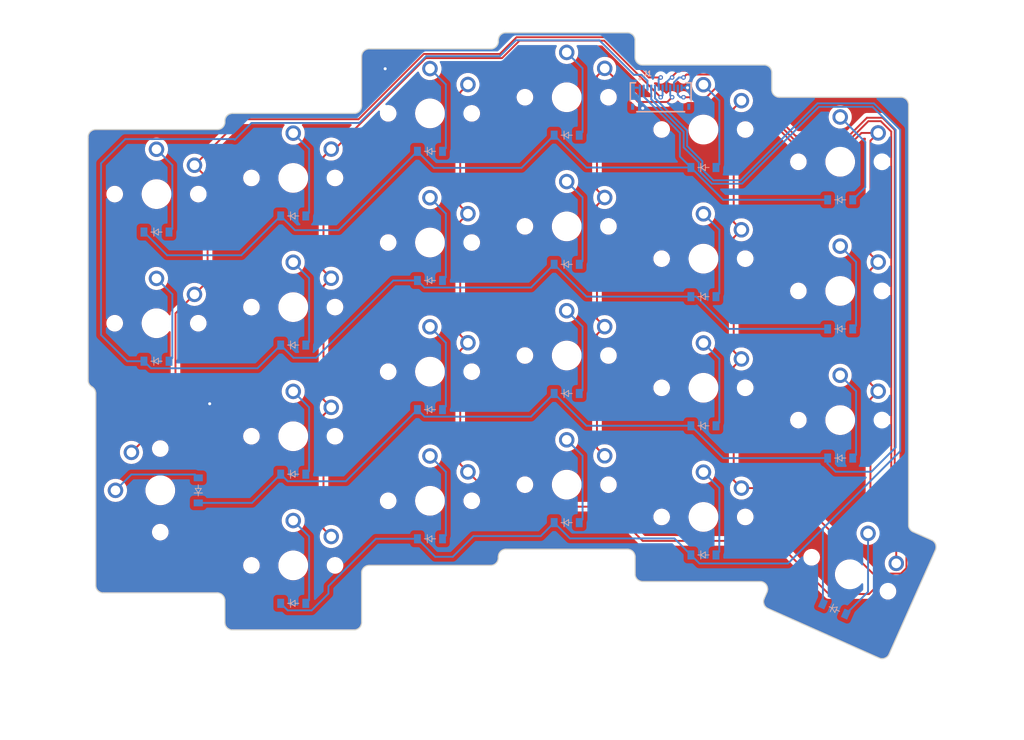
<source format=kicad_pcb>
(kicad_pcb (version 20171130) (host pcbnew 5.1.6)
  (title_block (title left_pcb) (rev v1.0.0) (company Unknown))
  (layers (0 F.Cu signal) (31 B.Cu signal) (34 B.Paste user) (35 F.Paste user) (36 B.SilkS user) (37 F.SilkS user) (38 B.Mask user) (39 F.Mask user) (44 Edge.Cuts user))
  (net 0 "")
  (net 1 "C1")
  (net 2 "outerleft_bottom")
  (net 3 "outerleft_middle")
  (net 4 "outerleft_top")
  (net 5 "C2")
  (net 6 "pinky_thumb")
  (net 7 "pinky_bottom")
  (net 8 "pinky_middle")
  (net 9 "pinky_top")
  (net 10 "C3")
  (net 11 "ring_thumb")
  (net 12 "ring_bottom")
  (net 13 "ring_middle")
  (net 14 "ring_top")
  (net 15 "C4")
  (net 16 "middle_thumb")
  (net 17 "middle_bottom")
  (net 18 "middle_middle")
  (net 19 "middle_top")
  (net 20 "C5")
  (net 21 "index_thumb")
  (net 22 "index_bottom")
  (net 23 "index_middle")
  (net 24 "index_top")
  (net 25 "C6")
  (net 26 "inner_thumb")
  (net 27 "inner_bottom")
  (net 28 "inner_middle")
  (net 29 "inner_top")
  (net 30 "R2")
  (net 31 "R3")
  (net 32 "R4")
  (net 33 "R1")
  (net 34 "GND")
  (module PG1350 (layer F.Cu) (at 91.5 126.25 90)
    (fp_text reference "S1" hide)
    (fp_text value "" hide)
    (pad "" np_thru_hole circle (at 0 0) (size 3.429 3.429) (drill 3.429) (layers *.Cu *.Mask))
    (pad "" np_thru_hole circle (at 5.5 0) (size 1.7018 1.7018) (drill 1.7018) (layers *.Cu *.Mask))
    (pad "" np_thru_hole circle (at -5.5 0) (size 1.7018 1.7018) (drill 1.7018) (layers *.Cu *.Mask))
    (pad 1 thru_hole circle (at 5 -3.8) (size 2.032 2.032) (drill 1.27) (layers *.Cu *.Mask) (net 1 "C1"))
    (pad 2 thru_hole circle (at 0 -5.9) (size 2.032 2.032) (drill 1.27) (layers *.Cu *.Mask) (net 2 "outerleft_bottom"))
  )
  (module PG1350 (layer F.Cu) (at 91 104.25 0)
    (fp_text reference "S2" hide)
    (fp_text value "" hide)
    (pad "" np_thru_hole circle (at 0 0) (size 3.429 3.429) (drill 3.429) (layers *.Cu *.Mask))
    (pad "" np_thru_hole circle (at 5.5 0) (size 1.7018 1.7018) (drill 1.7018) (layers *.Cu *.Mask))
    (pad "" np_thru_hole circle (at -5.5 0) (size 1.7018 1.7018) (drill 1.7018) (layers *.Cu *.Mask))
    (pad 1 thru_hole circle (at 5 -3.8) (size 2.032 2.032) (drill 1.27) (layers *.Cu *.Mask) (net 1 "C1"))
    (pad 2 thru_hole circle (at 0 -5.9) (size 2.032 2.032) (drill 1.27) (layers *.Cu *.Mask) (net 3 "outerleft_middle"))
  )
  (module PG1350 (layer F.Cu) (at 91 87.25 0)
    (fp_text reference "S3" hide)
    (fp_text value "" hide)
    (pad "" np_thru_hole circle (at 0 0) (size 3.429 3.429) (drill 3.429) (layers *.Cu *.Mask))
    (pad "" np_thru_hole circle (at 5.5 0) (size 1.7018 1.7018) (drill 1.7018) (layers *.Cu *.Mask))
    (pad "" np_thru_hole circle (at -5.5 0) (size 1.7018 1.7018) (drill 1.7018) (layers *.Cu *.Mask))
    (pad 1 thru_hole circle (at 5 -3.8) (size 2.032 2.032) (drill 1.27) (layers *.Cu *.Mask) (net 1 "C1"))
    (pad 2 thru_hole circle (at 0 -5.9) (size 2.032 2.032) (drill 1.27) (layers *.Cu *.Mask) (net 4 "outerleft_top"))
  )
  (module PG1350 (layer F.Cu) (at 109 136.125 0)
    (fp_text reference "S4" hide)
    (fp_text value "" hide)
    (pad "" np_thru_hole circle (at 0 0) (size 3.429 3.429) (drill 3.429) (layers *.Cu *.Mask))
    (pad "" np_thru_hole circle (at 5.5 0) (size 1.7018 1.7018) (drill 1.7018) (layers *.Cu *.Mask))
    (pad "" np_thru_hole circle (at -5.5 0) (size 1.7018 1.7018) (drill 1.7018) (layers *.Cu *.Mask))
    (pad 1 thru_hole circle (at 5 -3.8) (size 2.032 2.032) (drill 1.27) (layers *.Cu *.Mask) (net 5 "C2"))
    (pad 2 thru_hole circle (at 0 -5.9) (size 2.032 2.032) (drill 1.27) (layers *.Cu *.Mask) (net 6 "pinky_thumb"))
  )
  (module PG1350 (layer F.Cu) (at 109 119.125 0)
    (fp_text reference "S5" hide)
    (fp_text value "" hide)
    (pad "" np_thru_hole circle (at 0 0) (size 3.429 3.429) (drill 3.429) (layers *.Cu *.Mask))
    (pad "" np_thru_hole circle (at 5.5 0) (size 1.7018 1.7018) (drill 1.7018) (layers *.Cu *.Mask))
    (pad "" np_thru_hole circle (at -5.5 0) (size 1.7018 1.7018) (drill 1.7018) (layers *.Cu *.Mask))
    (pad 1 thru_hole circle (at 5 -3.8) (size 2.032 2.032) (drill 1.27) (layers *.Cu *.Mask) (net 5 "C2"))
    (pad 2 thru_hole circle (at 0 -5.9) (size 2.032 2.032) (drill 1.27) (layers *.Cu *.Mask) (net 7 "pinky_bottom"))
  )
  (module PG1350 (layer F.Cu) (at 109 102.125 0)
    (fp_text reference "S6" hide)
    (fp_text value "" hide)
    (pad "" np_thru_hole circle (at 0 0) (size 3.429 3.429) (drill 3.429) (layers *.Cu *.Mask))
    (pad "" np_thru_hole circle (at 5.5 0) (size 1.7018 1.7018) (drill 1.7018) (layers *.Cu *.Mask))
    (pad "" np_thru_hole circle (at -5.5 0) (size 1.7018 1.7018) (drill 1.7018) (layers *.Cu *.Mask))
    (pad 1 thru_hole circle (at 5 -3.8) (size 2.032 2.032) (drill 1.27) (layers *.Cu *.Mask) (net 5 "C2"))
    (pad 2 thru_hole circle (at 0 -5.9) (size 2.032 2.032) (drill 1.27) (layers *.Cu *.Mask) (net 8 "pinky_middle"))
  )
  (module PG1350 (layer F.Cu) (at 109 85.125 0)
    (fp_text reference "S7" hide)
    (fp_text value "" hide)
    (pad "" np_thru_hole circle (at 0 0) (size 3.429 3.429) (drill 3.429) (layers *.Cu *.Mask))
    (pad "" np_thru_hole circle (at 5.5 0) (size 1.7018 1.7018) (drill 1.7018) (layers *.Cu *.Mask))
    (pad "" np_thru_hole circle (at -5.5 0) (size 1.7018 1.7018) (drill 1.7018) (layers *.Cu *.Mask))
    (pad 1 thru_hole circle (at 5 -3.8) (size 2.032 2.032) (drill 1.27) (layers *.Cu *.Mask) (net 5 "C2"))
    (pad 2 thru_hole circle (at 0 -5.9) (size 2.032 2.032) (drill 1.27) (layers *.Cu *.Mask) (net 9 "pinky_top"))
  )
  (module PG1350 (layer F.Cu) (at 127 127.625 0)
    (fp_text reference "S8" hide)
    (fp_text value "" hide)
    (pad "" np_thru_hole circle (at 0 0) (size 3.429 3.429) (drill 3.429) (layers *.Cu *.Mask))
    (pad "" np_thru_hole circle (at 5.5 0) (size 1.7018 1.7018) (drill 1.7018) (layers *.Cu *.Mask))
    (pad "" np_thru_hole circle (at -5.5 0) (size 1.7018 1.7018) (drill 1.7018) (layers *.Cu *.Mask))
    (pad 1 thru_hole circle (at 5 -3.8) (size 2.032 2.032) (drill 1.27) (layers *.Cu *.Mask) (net 10 "C3"))
    (pad 2 thru_hole circle (at 0 -5.9) (size 2.032 2.032) (drill 1.27) (layers *.Cu *.Mask) (net 11 "ring_thumb"))
  )
  (module PG1350 (layer F.Cu) (at 127 110.625 0)
    (fp_text reference "S9" hide)
    (fp_text value "" hide)
    (pad "" np_thru_hole circle (at 0 0) (size 3.429 3.429) (drill 3.429) (layers *.Cu *.Mask))
    (pad "" np_thru_hole circle (at 5.5 0) (size 1.7018 1.7018) (drill 1.7018) (layers *.Cu *.Mask))
    (pad "" np_thru_hole circle (at -5.5 0) (size 1.7018 1.7018) (drill 1.7018) (layers *.Cu *.Mask))
    (pad 1 thru_hole circle (at 5 -3.8) (size 2.032 2.032) (drill 1.27) (layers *.Cu *.Mask) (net 10 "C3"))
    (pad 2 thru_hole circle (at 0 -5.9) (size 2.032 2.032) (drill 1.27) (layers *.Cu *.Mask) (net 12 "ring_bottom"))
  )
  (module PG1350 (layer F.Cu) (at 127 93.625 0)
    (fp_text reference "S10" hide)
    (fp_text value "" hide)
    (pad "" np_thru_hole circle (at 0 0) (size 3.429 3.429) (drill 3.429) (layers *.Cu *.Mask))
    (pad "" np_thru_hole circle (at 5.5 0) (size 1.7018 1.7018) (drill 1.7018) (layers *.Cu *.Mask))
    (pad "" np_thru_hole circle (at -5.5 0) (size 1.7018 1.7018) (drill 1.7018) (layers *.Cu *.Mask))
    (pad 1 thru_hole circle (at 5 -3.8) (size 2.032 2.032) (drill 1.27) (layers *.Cu *.Mask) (net 10 "C3"))
    (pad 2 thru_hole circle (at 0 -5.9) (size 2.032 2.032) (drill 1.27) (layers *.Cu *.Mask) (net 13 "ring_middle"))
  )
  (module PG1350 (layer F.Cu) (at 127 76.625 0)
    (fp_text reference "S11" hide)
    (fp_text value "" hide)
    (pad "" np_thru_hole circle (at 0 0) (size 3.429 3.429) (drill 3.429) (layers *.Cu *.Mask))
    (pad "" np_thru_hole circle (at 5.5 0) (size 1.7018 1.7018) (drill 1.7018) (layers *.Cu *.Mask))
    (pad "" np_thru_hole circle (at -5.5 0) (size 1.7018 1.7018) (drill 1.7018) (layers *.Cu *.Mask))
    (pad 1 thru_hole circle (at 5 -3.8) (size 2.032 2.032) (drill 1.27) (layers *.Cu *.Mask) (net 10 "C3"))
    (pad 2 thru_hole circle (at 0 -5.9) (size 2.032 2.032) (drill 1.27) (layers *.Cu *.Mask) (net 14 "ring_top"))
  )
  (module PG1350 (layer F.Cu) (at 145 125.5 0)
    (fp_text reference "S12" hide)
    (fp_text value "" hide)
    (pad "" np_thru_hole circle (at 0 0) (size 3.429 3.429) (drill 3.429) (layers *.Cu *.Mask))
    (pad "" np_thru_hole circle (at 5.5 0) (size 1.7018 1.7018) (drill 1.7018) (layers *.Cu *.Mask))
    (pad "" np_thru_hole circle (at -5.5 0) (size 1.7018 1.7018) (drill 1.7018) (layers *.Cu *.Mask))
    (pad 1 thru_hole circle (at 5 -3.8) (size 2.032 2.032) (drill 1.27) (layers *.Cu *.Mask) (net 15 "C4"))
    (pad 2 thru_hole circle (at 0 -5.9) (size 2.032 2.032) (drill 1.27) (layers *.Cu *.Mask) (net 16 "middle_thumb"))
  )
  (module PG1350 (layer F.Cu) (at 145 108.5 0)
    (fp_text reference "S13" hide)
    (fp_text value "" hide)
    (pad "" np_thru_hole circle (at 0 0) (size 3.429 3.429) (drill 3.429) (layers *.Cu *.Mask))
    (pad "" np_thru_hole circle (at 5.5 0) (size 1.7018 1.7018) (drill 1.7018) (layers *.Cu *.Mask))
    (pad "" np_thru_hole circle (at -5.5 0) (size 1.7018 1.7018) (drill 1.7018) (layers *.Cu *.Mask))
    (pad 1 thru_hole circle (at 5 -3.8) (size 2.032 2.032) (drill 1.27) (layers *.Cu *.Mask) (net 15 "C4"))
    (pad 2 thru_hole circle (at 0 -5.9) (size 2.032 2.032) (drill 1.27) (layers *.Cu *.Mask) (net 17 "middle_bottom"))
  )
  (module PG1350 (layer F.Cu) (at 145 91.5 0)
    (fp_text reference "S14" hide)
    (fp_text value "" hide)
    (pad "" np_thru_hole circle (at 0 0) (size 3.429 3.429) (drill 3.429) (layers *.Cu *.Mask))
    (pad "" np_thru_hole circle (at 5.5 0) (size 1.7018 1.7018) (drill 1.7018) (layers *.Cu *.Mask))
    (pad "" np_thru_hole circle (at -5.5 0) (size 1.7018 1.7018) (drill 1.7018) (layers *.Cu *.Mask))
    (pad 1 thru_hole circle (at 5 -3.8) (size 2.032 2.032) (drill 1.27) (layers *.Cu *.Mask) (net 15 "C4"))
    (pad 2 thru_hole circle (at 0 -5.9) (size 2.032 2.032) (drill 1.27) (layers *.Cu *.Mask) (net 18 "middle_middle"))
  )
  (module PG1350 (layer F.Cu) (at 145 74.5 0)
    (fp_text reference "S15" hide)
    (fp_text value "" hide)
    (pad "" np_thru_hole circle (at 0 0) (size 3.429 3.429) (drill 3.429) (layers *.Cu *.Mask))
    (pad "" np_thru_hole circle (at 5.5 0) (size 1.7018 1.7018) (drill 1.7018) (layers *.Cu *.Mask))
    (pad "" np_thru_hole circle (at -5.5 0) (size 1.7018 1.7018) (drill 1.7018) (layers *.Cu *.Mask))
    (pad 1 thru_hole circle (at 5 -3.8) (size 2.032 2.032) (drill 1.27) (layers *.Cu *.Mask) (net 15 "C4"))
    (pad 2 thru_hole circle (at 0 -5.9) (size 2.032 2.032) (drill 1.27) (layers *.Cu *.Mask) (net 19 "middle_top"))
  )
  (module PG1350 (layer F.Cu) (at 163 129.75 0)
    (fp_text reference "S16" hide)
    (fp_text value "" hide)
    (pad "" np_thru_hole circle (at 0 0) (size 3.429 3.429) (drill 3.429) (layers *.Cu *.Mask))
    (pad "" np_thru_hole circle (at 5.5 0) (size 1.7018 1.7018) (drill 1.7018) (layers *.Cu *.Mask))
    (pad "" np_thru_hole circle (at -5.5 0) (size 1.7018 1.7018) (drill 1.7018) (layers *.Cu *.Mask))
    (pad 1 thru_hole circle (at 5 -3.8) (size 2.032 2.032) (drill 1.27) (layers *.Cu *.Mask) (net 20 "C5"))
    (pad 2 thru_hole circle (at 0 -5.9) (size 2.032 2.032) (drill 1.27) (layers *.Cu *.Mask) (net 21 "index_thumb"))
  )
  (module PG1350 (layer F.Cu) (at 163 112.75 0)
    (fp_text reference "S17" hide)
    (fp_text value "" hide)
    (pad "" np_thru_hole circle (at 0 0) (size 3.429 3.429) (drill 3.429) (layers *.Cu *.Mask))
    (pad "" np_thru_hole circle (at 5.5 0) (size 1.7018 1.7018) (drill 1.7018) (layers *.Cu *.Mask))
    (pad "" np_thru_hole circle (at -5.5 0) (size 1.7018 1.7018) (drill 1.7018) (layers *.Cu *.Mask))
    (pad 1 thru_hole circle (at 5 -3.8) (size 2.032 2.032) (drill 1.27) (layers *.Cu *.Mask) (net 20 "C5"))
    (pad 2 thru_hole circle (at 0 -5.9) (size 2.032 2.032) (drill 1.27) (layers *.Cu *.Mask) (net 22 "index_bottom"))
  )
  (module PG1350 (layer F.Cu) (at 163 95.75 0)
    (fp_text reference "S18" hide)
    (fp_text value "" hide)
    (pad "" np_thru_hole circle (at 0 0) (size 3.429 3.429) (drill 3.429) (layers *.Cu *.Mask))
    (pad "" np_thru_hole circle (at 5.5 0) (size 1.7018 1.7018) (drill 1.7018) (layers *.Cu *.Mask))
    (pad "" np_thru_hole circle (at -5.5 0) (size 1.7018 1.7018) (drill 1.7018) (layers *.Cu *.Mask))
    (pad 1 thru_hole circle (at 5 -3.8) (size 2.032 2.032) (drill 1.27) (layers *.Cu *.Mask) (net 20 "C5"))
    (pad 2 thru_hole circle (at 0 -5.9) (size 2.032 2.032) (drill 1.27) (layers *.Cu *.Mask) (net 23 "index_middle"))
  )
  (module PG1350 (layer F.Cu) (at 163 78.75 0)
    (fp_text reference "S19" hide)
    (fp_text value "" hide)
    (pad "" np_thru_hole circle (at 0 0) (size 3.429 3.429) (drill 3.429) (layers *.Cu *.Mask))
    (pad "" np_thru_hole circle (at 5.5 0) (size 1.7018 1.7018) (drill 1.7018) (layers *.Cu *.Mask))
    (pad "" np_thru_hole circle (at -5.5 0) (size 1.7018 1.7018) (drill 1.7018) (layers *.Cu *.Mask))
    (pad 1 thru_hole circle (at 5 -3.8) (size 2.032 2.032) (drill 1.27) (layers *.Cu *.Mask) (net 20 "C5"))
    (pad 2 thru_hole circle (at 0 -5.9) (size 2.032 2.032) (drill 1.27) (layers *.Cu *.Mask) (net 24 "index_top"))
  )
  (module PG1350 (layer F.Cu) (at 182.267022 137.3007053 -24)
    (fp_text reference "S20" hide)
    (fp_text value "" hide)
    (pad "" np_thru_hole circle (at 0 0) (size 3.429 3.429) (drill 3.429) (layers *.Cu *.Mask))
    (pad "" np_thru_hole circle (at 5.5 0) (size 1.7018 1.7018) (drill 1.7018) (layers *.Cu *.Mask))
    (pad "" np_thru_hole circle (at -5.5 0) (size 1.7018 1.7018) (drill 1.7018) (layers *.Cu *.Mask))
    (pad 1 thru_hole circle (at 5 -3.8) (size 2.032 2.032) (drill 1.27) (layers *.Cu *.Mask) (net 25 "C6"))
    (pad 2 thru_hole circle (at 0 -5.9) (size 2.032 2.032) (drill 1.27) (layers *.Cu *.Mask) (net 26 "inner_thumb"))
  )
  (module PG1350 (layer F.Cu) (at 181 117 0)
    (fp_text reference "S21" hide)
    (fp_text value "" hide)
    (pad "" np_thru_hole circle (at 0 0) (size 3.429 3.429) (drill 3.429) (layers *.Cu *.Mask))
    (pad "" np_thru_hole circle (at 5.5 0) (size 1.7018 1.7018) (drill 1.7018) (layers *.Cu *.Mask))
    (pad "" np_thru_hole circle (at -5.5 0) (size 1.7018 1.7018) (drill 1.7018) (layers *.Cu *.Mask))
    (pad 1 thru_hole circle (at 5 -3.8) (size 2.032 2.032) (drill 1.27) (layers *.Cu *.Mask) (net 25 "C6"))
    (pad 2 thru_hole circle (at 0 -5.9) (size 2.032 2.032) (drill 1.27) (layers *.Cu *.Mask) (net 27 "inner_bottom"))
  )
  (module PG1350 (layer F.Cu) (at 181 100 0)
    (fp_text reference "S22" hide)
    (fp_text value "" hide)
    (pad "" np_thru_hole circle (at 0 0) (size 3.429 3.429) (drill 3.429) (layers *.Cu *.Mask))
    (pad "" np_thru_hole circle (at 5.5 0) (size 1.7018 1.7018) (drill 1.7018) (layers *.Cu *.Mask))
    (pad "" np_thru_hole circle (at -5.5 0) (size 1.7018 1.7018) (drill 1.7018) (layers *.Cu *.Mask))
    (pad 1 thru_hole circle (at 5 -3.8) (size 2.032 2.032) (drill 1.27) (layers *.Cu *.Mask) (net 25 "C6"))
    (pad 2 thru_hole circle (at 0 -5.9) (size 2.032 2.032) (drill 1.27) (layers *.Cu *.Mask) (net 28 "inner_middle"))
  )
  (module PG1350 (layer F.Cu) (at 181 83 0)
    (fp_text reference "S23" hide)
    (fp_text value "" hide)
    (pad "" np_thru_hole circle (at 0 0) (size 3.429 3.429) (drill 3.429) (layers *.Cu *.Mask))
    (pad "" np_thru_hole circle (at 5.5 0) (size 1.7018 1.7018) (drill 1.7018) (layers *.Cu *.Mask))
    (pad "" np_thru_hole circle (at -5.5 0) (size 1.7018 1.7018) (drill 1.7018) (layers *.Cu *.Mask))
    (pad 1 thru_hole circle (at 5 -3.8) (size 2.032 2.032) (drill 1.27) (layers *.Cu *.Mask) (net 25 "C6"))
    (pad 2 thru_hole circle (at 0 -5.9) (size 2.032 2.032) (drill 1.27) (layers *.Cu *.Mask) (net 29 "inner_top"))
  )
  (module ComboDiode (layer B.Cu) (at 96.5 126.25 90)
    (fp_text reference "D1" hide)
    (fp_text value "" hide)
    (pad 1 smd rect (at -1.65 0 90) (size 0.9 1.2) (layers B.Cu B.Paste B.Mask) (net 30 "R2"))
    (pad 2 smd rect (at 1.65 0 90) (size 0.9 1.2) (layers B.Cu B.Paste B.Mask) (net 2 "outerleft_bottom"))
  )
  (module ComboDiode (layer B.Cu) (at 91 109.25 0)
    (fp_text reference "D2" hide)
    (fp_text value "" hide)
    (pad 1 smd rect (at -1.65 0 0) (size 0.9 1.2) (layers B.Cu B.Paste B.Mask) (net 31 "R3"))
    (pad 2 smd rect (at 1.65 0 0) (size 0.9 1.2) (layers B.Cu B.Paste B.Mask) (net 3 "outerleft_middle"))
  )
  (module ComboDiode (layer B.Cu) (at 91 92.25 0)
    (fp_text reference "D3" hide)
    (fp_text value "" hide)
    (pad 1 smd rect (at -1.65 0 0) (size 0.9 1.2) (layers B.Cu B.Paste B.Mask) (net 32 "R4"))
    (pad 2 smd rect (at 1.65 0 0) (size 0.9 1.2) (layers B.Cu B.Paste B.Mask) (net 4 "outerleft_top"))
  )
  (module ComboDiode (layer B.Cu) (at 109 141.125 0)
    (fp_text reference "D4" hide)
    (fp_text value "" hide)
    (pad 1 smd rect (at -1.65 0 0) (size 0.9 1.2) (layers B.Cu B.Paste B.Mask) (net 33 "R1"))
    (pad 2 smd rect (at 1.65 0 0) (size 0.9 1.2) (layers B.Cu B.Paste B.Mask) (net 6 "pinky_thumb"))
  )
  (module ComboDiode (layer B.Cu) (at 109 124.125 0)
    (fp_text reference "D5" hide)
    (fp_text value "" hide)
    (pad 1 smd rect (at -1.65 0 0) (size 0.9 1.2) (layers B.Cu B.Paste B.Mask) (net 30 "R2"))
    (pad 2 smd rect (at 1.65 0 0) (size 0.9 1.2) (layers B.Cu B.Paste B.Mask) (net 7 "pinky_bottom"))
  )
  (module ComboDiode (layer B.Cu) (at 109 107.125 0)
    (fp_text reference "D6" hide)
    (fp_text value "" hide)
    (pad 1 smd rect (at -1.65 0 0) (size 0.9 1.2) (layers B.Cu B.Paste B.Mask) (net 31 "R3"))
    (pad 2 smd rect (at 1.65 0 0) (size 0.9 1.2) (layers B.Cu B.Paste B.Mask) (net 8 "pinky_middle"))
  )
  (module ComboDiode (layer B.Cu) (at 109 90.125 0)
    (fp_text reference "D7" hide)
    (fp_text value "" hide)
    (pad 1 smd rect (at -1.65 0 0) (size 0.9 1.2) (layers B.Cu B.Paste B.Mask) (net 32 "R4"))
    (pad 2 smd rect (at 1.65 0 0) (size 0.9 1.2) (layers B.Cu B.Paste B.Mask) (net 9 "pinky_top"))
  )
  (module ComboDiode (layer B.Cu) (at 127 132.625 0)
    (fp_text reference "D8" hide)
    (fp_text value "" hide)
    (pad 1 smd rect (at -1.65 0 0) (size 0.9 1.2) (layers B.Cu B.Paste B.Mask) (net 33 "R1"))
    (pad 2 smd rect (at 1.65 0 0) (size 0.9 1.2) (layers B.Cu B.Paste B.Mask) (net 11 "ring_thumb"))
  )
  (module ComboDiode (layer B.Cu) (at 127 115.625 0)
    (fp_text reference "D9" hide)
    (fp_text value "" hide)
    (pad 1 smd rect (at -1.65 0 0) (size 0.9 1.2) (layers B.Cu B.Paste B.Mask) (net 30 "R2"))
    (pad 2 smd rect (at 1.65 0 0) (size 0.9 1.2) (layers B.Cu B.Paste B.Mask) (net 12 "ring_bottom"))
  )
  (module ComboDiode (layer B.Cu) (at 127 98.625 0)
    (fp_text reference "D10" hide)
    (fp_text value "" hide)
    (pad 1 smd rect (at -1.65 0 0) (size 0.9 1.2) (layers B.Cu B.Paste B.Mask) (net 31 "R3"))
    (pad 2 smd rect (at 1.65 0 0) (size 0.9 1.2) (layers B.Cu B.Paste B.Mask) (net 13 "ring_middle"))
  )
  (module ComboDiode (layer B.Cu) (at 127 81.625 0)
    (fp_text reference "D11" hide)
    (fp_text value "" hide)
    (pad 1 smd rect (at -1.65 0 0) (size 0.9 1.2) (layers B.Cu B.Paste B.Mask) (net 32 "R4"))
    (pad 2 smd rect (at 1.65 0 0) (size 0.9 1.2) (layers B.Cu B.Paste B.Mask) (net 14 "ring_top"))
  )
  (module ComboDiode (layer B.Cu) (at 145 130.5 0)
    (fp_text reference "D12" hide)
    (fp_text value "" hide)
    (pad 1 smd rect (at -1.65 0 0) (size 0.9 1.2) (layers B.Cu B.Paste B.Mask) (net 33 "R1"))
    (pad 2 smd rect (at 1.65 0 0) (size 0.9 1.2) (layers B.Cu B.Paste B.Mask) (net 16 "middle_thumb"))
  )
  (module ComboDiode (layer B.Cu) (at 145 113.5 0)
    (fp_text reference "D13" hide)
    (fp_text value "" hide)
    (pad 1 smd rect (at -1.65 0 0) (size 0.9 1.2) (layers B.Cu B.Paste B.Mask) (net 30 "R2"))
    (pad 2 smd rect (at 1.65 0 0) (size 0.9 1.2) (layers B.Cu B.Paste B.Mask) (net 17 "middle_bottom"))
  )
  (module ComboDiode (layer B.Cu) (at 145 96.5 0)
    (fp_text reference "D14" hide)
    (fp_text value "" hide)
    (pad 1 smd rect (at -1.65 0 0) (size 0.9 1.2) (layers B.Cu B.Paste B.Mask) (net 31 "R3"))
    (pad 2 smd rect (at 1.65 0 0) (size 0.9 1.2) (layers B.Cu B.Paste B.Mask) (net 18 "middle_middle"))
  )
  (module ComboDiode (layer B.Cu) (at 145 79.5 0)
    (fp_text reference "D15" hide)
    (fp_text value "" hide)
    (pad 1 smd rect (at -1.65 0 0) (size 0.9 1.2) (layers B.Cu B.Paste B.Mask) (net 32 "R4"))
    (pad 2 smd rect (at 1.65 0 0) (size 0.9 1.2) (layers B.Cu B.Paste B.Mask) (net 19 "middle_top"))
  )
  (module ComboDiode (layer B.Cu) (at 163 134.75 0)
    (fp_text reference "D16" hide)
    (fp_text value "" hide)
    (pad 1 smd rect (at -1.65 0 0) (size 0.9 1.2) (layers B.Cu B.Paste B.Mask) (net 33 "R1"))
    (pad 2 smd rect (at 1.65 0 0) (size 0.9 1.2) (layers B.Cu B.Paste B.Mask) (net 21 "index_thumb"))
  )
  (module ComboDiode (layer B.Cu) (at 163 117.75 0)
    (fp_text reference "D17" hide)
    (fp_text value "" hide)
    (pad 1 smd rect (at -1.65 0 0) (size 0.9 1.2) (layers B.Cu B.Paste B.Mask) (net 30 "R2"))
    (pad 2 smd rect (at 1.65 0 0) (size 0.9 1.2) (layers B.Cu B.Paste B.Mask) (net 22 "index_bottom"))
  )
  (module ComboDiode (layer B.Cu) (at 163 100.75 0)
    (fp_text reference "D18" hide)
    (fp_text value "" hide)
    (pad 1 smd rect (at -1.65 0 0) (size 0.9 1.2) (layers B.Cu B.Paste B.Mask) (net 31 "R3"))
    (pad 2 smd rect (at 1.65 0 0) (size 0.9 1.2) (layers B.Cu B.Paste B.Mask) (net 23 "index_middle"))
  )
  (module ComboDiode (layer B.Cu) (at 163 83.75 0)
    (fp_text reference "D19" hide)
    (fp_text value "" hide)
    (pad 1 smd rect (at -1.65 0 0) (size 0.9 1.2) (layers B.Cu B.Paste B.Mask) (net 32 "R4"))
    (pad 2 smd rect (at 1.65 0 0) (size 0.9 1.2) (layers B.Cu B.Paste B.Mask) (net 24 "index_top"))
  )
  (module ComboDiode (layer B.Cu) (at 180.23333879999998 141.8684326 -24)
    (fp_text reference "D20" hide)
    (fp_text value "" hide)
    (pad 1 smd rect (at -1.65 0 -24) (size 0.9 1.2) (layers B.Cu B.Paste B.Mask) (net 33 "R1"))
    (pad 2 smd rect (at 1.65 0 -24) (size 0.9 1.2) (layers B.Cu B.Paste B.Mask) (net 26 "inner_thumb"))
  )
  (module ComboDiode (layer B.Cu) (at 181 122 0)
    (fp_text reference "D21" hide)
    (fp_text value "" hide)
    (pad 1 smd rect (at -1.65 0 0) (size 0.9 1.2) (layers B.Cu B.Paste B.Mask) (net 30 "R2"))
    (pad 2 smd rect (at 1.65 0 0) (size 0.9 1.2) (layers B.Cu B.Paste B.Mask) (net 27 "inner_bottom"))
  )
  (module ComboDiode (layer B.Cu) (at 181 105 0)
    (fp_text reference "D22" hide)
    (fp_text value "" hide)
    (pad 1 smd rect (at -1.65 0 0) (size 0.9 1.2) (layers B.Cu B.Paste B.Mask) (net 31 "R3"))
    (pad 2 smd rect (at 1.65 0 0) (size 0.9 1.2) (layers B.Cu B.Paste B.Mask) (net 28 "inner_middle"))
  )
  (module ComboDiode (layer B.Cu) (at 181 88 0)
    (fp_text reference "D23" hide)
    (fp_text value "" hide)
    (pad 1 smd rect (at -1.65 0 0) (size 0.9 1.2) (layers B.Cu B.Paste B.Mask) (net 32 "R4"))
    (pad 2 smd rect (at 1.65 0 0) (size 0.9 1.2) (layers B.Cu B.Paste B.Mask) (net 29 "inner_top"))
  )
  (module GCT_FFC2B28-12-G (layer B.Cu) (at 157.375 74.5 0)
    (fp_text reference "J1" (at -1.718 -3.1064) (layer B.SilkS) (effects (font (size 0.64 0.64))))
    (fp_text value "Conn_01x12_Socket")
    (pad S2 smd rect (at 3.7 1.25) (size 0.4 0.8) (layers B.Cu B.Mask B.Paste))
    (pad S1 smd rect (at -3.7 1.25) (size 0.4 0.8) (layers B.Cu B.Mask B.Paste))
    (pad 1 smd rect (at -2.75 -1.25) (size 0.3 0.8) (layers B.Cu B.Mask B.Paste) (net 34 "GND"))
    (pad 2 smd rect (at -2.25 -1.25) (size 0.3 0.8) (layers B.Cu B.Mask B.Paste) (net 32 "R4"))
    (pad 3 smd rect (at -1.75 -1.25) (size 0.3 0.8) (layers B.Cu B.Mask B.Paste) (net 31 "R3"))
    (pad 4 smd rect (at -1.25 -1.25) (size 0.3 0.8) (layers B.Cu B.Mask B.Paste) (net 30 "R2"))
    (pad 5 smd rect (at -0.75 -1.25) (size 0.3 0.8) (layers B.Cu B.Mask B.Paste) (net 33 "R1"))
    (pad 6 smd rect (at -0.25 -1.25) (size 0.3 0.8) (layers B.Cu B.Mask B.Paste) (net 1 "C1"))
    (pad 7 smd rect (at 0.25 -1.25) (size 0.3 0.8) (layers B.Cu B.Mask B.Paste) (net 5 "C2"))
    (pad 8 smd rect (at 0.75 -1.25) (size 0.3 0.8) (layers B.Cu B.Mask B.Paste) (net 10 "C3"))
    (pad 9 smd rect (at 1.25 -1.25) (size 0.3 0.8) (layers B.Cu B.Mask B.Paste) (net 15 "C4"))
    (pad 10 smd rect (at 1.75 -1.25) (size 0.3 0.8) (layers B.Cu B.Mask B.Paste) (net 20 "C5"))
    (pad 11 smd rect (at 2.25 -1.25) (size 0.3 0.8) (layers B.Cu B.Mask B.Paste) (net 25 "C6"))
    (pad 12 smd rect (at 2.75 -1.25) (size 0.3 0.8) (layers B.Cu B.Mask B.Paste) (net 34 "GND"))
  )
  (module VIA-0.6mm (layer F.Cu) (at 157.375 71.9 0)
    (fp_text reference _1 hide)
    (fp_text value VIA-0.6mm hide)
    (pad 1 thru_hole circle (at 0 0) (size 0.6 0.6) (drill 0.3) (layers *.Cu) (net 1 "C1"))
  )
  (module VIA-0.6mm (layer F.Cu) (at 157.375 74.5 0)
    (fp_text reference _2 hide)
    (fp_text value VIA-0.6mm hide)
    (pad 1 thru_hole circle (at 0 0) (size 0.6 0.6) (drill 0.3) (layers *.Cu) (net 5 "C2"))
  )
  (module VIA-0.6mm (layer F.Cu) (at 158.875 71.9 0)
    (fp_text reference _3 hide)
    (fp_text value VIA-0.6mm hide)
    (pad 1 thru_hole circle (at 0 0) (size 0.6 0.6) (drill 0.3) (layers *.Cu) (net 10 "C3"))
  )
  (module VIA-0.6mm (layer F.Cu) (at 158.875 74.5 0)
    (fp_text reference _4 hide)
    (fp_text value VIA-0.6mm hide)
    (pad 1 thru_hole circle (at 0 0) (size 0.6 0.6) (drill 0.3) (layers *.Cu) (net 15 "C4"))
  )
  (module VIA-0.6mm (layer F.Cu) (at 160.375 71.9 0)
    (fp_text reference _5 hide)
    (fp_text value VIA-0.6mm hide)
    (pad 1 thru_hole circle (at 0 0) (size 0.6 0.6) (drill 0.3) (layers *.Cu) (net 20 "C5"))
  )
  (module VIA-0.6mm (layer F.Cu) (at 160.375 74.5 0)
    (fp_text reference _6 hide)
    (fp_text value VIA-0.6mm hide)
    (pad 1 thru_hole circle (at 0 0) (size 0.6 0.6) (drill 0.3) (layers *.Cu) (net 25 "C6"))
  )
  (gr_line (start 82 111.75) (end 82 79.75) (angle 90) (layer Edge.Cuts) (width 0.15))
  (gr_line (start 99 78.75) (end 83 78.75) (angle 90) (layer Edge.Cuts) (width 0.15))
  (gr_line (start 101 144.625) (end 117 144.625) (angle 90) (layer Edge.Cuts) (width 0.15))
  (gr_line (start 118 143.625) (end 118 137.125) (angle 90) (layer Edge.Cuts) (width 0.15))
  (gr_line (start 100 140.75) (end 100 143.625) (angle 90) (layer Edge.Cuts) (width 0.15))
  (gr_line (start 117 76.625) (end 101 76.625) (angle 90) (layer Edge.Cuts) (width 0.15))
  (gr_line (start 100 77.625) (end 100 77.75) (angle 90) (layer Edge.Cuts) (width 0.15))
  (gr_line (start 119 136.125) (end 135 136.125) (angle 90) (layer Edge.Cuts) (width 0.15))
  (gr_line (start 136 135.125) (end 136 135) (angle 90) (layer Edge.Cuts) (width 0.15))
  (gr_line (start 135 68.125) (end 119 68.125) (angle 90) (layer Edge.Cuts) (width 0.15))
  (gr_line (start 118 69.125) (end 118 75.625) (angle 90) (layer Edge.Cuts) (width 0.15))
  (gr_line (start 137 134) (end 153 134) (angle 90) (layer Edge.Cuts) (width 0.15))
  (gr_line (start 154 69.25) (end 154 67) (angle 90) (layer Edge.Cuts) (width 0.15))
  (gr_line (start 153 66) (end 137 66) (angle 90) (layer Edge.Cuts) (width 0.15))
  (gr_line (start 136 67) (end 136 67.125) (angle 90) (layer Edge.Cuts) (width 0.15))
  (gr_line (start 155 138.25) (end 170.4527772544719 138.25) (angle 90) (layer Edge.Cuts) (width 0.15))
  (gr_line (start 154 135) (end 154 137.25) (angle 90) (layer Edge.Cuts) (width 0.15))
  (gr_line (start 172 73.5) (end 172 71.25) (angle 90) (layer Edge.Cuts) (width 0.15))
  (gr_line (start 171 70.25) (end 155 70.25) (angle 90) (layer Edge.Cuts) (width 0.15))
  (gr_line (start 171.50139692671667 141.81194857365392) (end 186.11812427261245 148.31973487057024) (angle 90) (layer Edge.Cuts) (width 0.15))
  (gr_line (start 187.4384063726124 147.81292597057018) (end 193.5394559732834 134.10974412634607) (angle 90) (layer Edge.Cuts) (width 0.15))
  (gr_line (start 193.0326470732834 132.78946202634611) (end 190.59326340000004 131.70337844099606) (angle 90) (layer Edge.Cuts) (width 0.15))
  (gr_line (start 171.36632275447195 139.6567366) (end 170.9945880267166 140.49166647365394) (angle 90) (layer Edge.Cuts) (width 0.15))
  (gr_line (start 190 130.78983294099604) (end 190 75.5) (angle 90) (layer Edge.Cuts) (width 0.15))
  (gr_line (start 189 74.5) (end 173 74.5) (angle 90) (layer Edge.Cuts) (width 0.15))
  (gr_arc (start 101 143.625) (end 100 143.625) (angle -90) (layer Edge.Cuts) (width 0.15))
  (gr_arc (start 117 143.625) (end 117 144.625) (angle -90) (layer Edge.Cuts) (width 0.15))
  (gr_arc (start 119 137.125) (end 119 136.125) (angle -90) (layer Edge.Cuts) (width 0.15))
  (gr_arc (start 135 135.125) (end 135 136.125) (angle -90) (layer Edge.Cuts) (width 0.15))
  (gr_arc (start 137 135) (end 137 134) (angle -90) (layer Edge.Cuts) (width 0.15))
  (gr_arc (start 153 135) (end 154 135) (angle -90) (layer Edge.Cuts) (width 0.15))
  (gr_arc (start 155 137.25) (end 154 137.25) (angle -90) (layer Edge.Cuts) (width 0.15))
  (gr_arc (start 170.4527772544719 139.25) (end 171.3663227544719 139.6567366) (angle -113.99999675820254) (layer Edge.Cuts) (width 0.15))
  (gr_arc (start 171.90813352671663 140.89840307365392) (end 170.99458802671663 140.49166647365394) (angle -90.00000000000085) (layer Edge.Cuts) (width 0.15))
  (gr_arc (start 186.5248608726124 147.40618937057025) (end 186.11812427261242 148.31973487057024) (angle -90.00000000000148) (layer Edge.Cuts) (width 0.15))
  (gr_arc (start 192.62591047328343 133.70300752634614) (end 193.53945597328342 134.10974412634613) (angle -89.99999999999834) (layer Edge.Cuts) (width 0.15))
  (gr_arc (start 189 75.5) (end 190 75.5) (angle -90) (layer Edge.Cuts) (width 0.15))
  (gr_arc (start 173 73.5) (end 172 73.5) (angle -90) (layer Edge.Cuts) (width 0.15))
  (gr_arc (start 171 71.25) (end 172 71.25) (angle -90) (layer Edge.Cuts) (width 0.15))
  (gr_arc (start 155 69.25) (end 154 69.25) (angle -90) (layer Edge.Cuts) (width 0.15))
  (gr_arc (start 153 67) (end 154 67) (angle -90) (layer Edge.Cuts) (width 0.15))
  (gr_arc (start 137 67) (end 137 66) (angle -90) (layer Edge.Cuts) (width 0.15))
  (gr_arc (start 135 67.125) (end 135 68.125) (angle -90) (layer Edge.Cuts) (width 0.15))
  (gr_arc (start 119 69.125) (end 119 68.125) (angle -90) (layer Edge.Cuts) (width 0.15))
  (gr_arc (start 117 75.625) (end 117 76.625) (angle -90) (layer Edge.Cuts) (width 0.15))
  (gr_arc (start 101 77.625) (end 101 76.625) (angle -90) (layer Edge.Cuts) (width 0.15))
  (gr_arc (start 99 77.75) (end 99 78.75) (angle -90) (layer Edge.Cuts) (width 0.15))
  (gr_arc (start 83 79.75) (end 83 78.75) (angle -90) (layer Edge.Cuts) (width 0.15))
  (gr_arc (start 83 111.75) (end 82 111.75) (angle -59.9999998915838) (layer Edge.Cuts) (width 0.15))
  (gr_line (start 83 113.4820508) (end 83 138.75) (angle 90) (layer Edge.Cuts) (width 0.15))
  (gr_line (start 84 139.75) (end 99 139.75) (angle 90) (layer Edge.Cuts) (width 0.15))
  (gr_arc (start 82 113.4820508) (end 83 113.4820508) (angle -59.9999998915838) (layer Edge.Cuts) (width 0.15))
  (gr_arc (start 84 138.75) (end 83 138.75) (angle -90) (layer Edge.Cuts) (width 0.15))
  (gr_arc (start 99 140.75) (end 100 140.75) (angle -90) (layer Edge.Cuts) (width 0.15))
  (gr_arc (start 191 130.78983294099604) (end 190 130.78983294099604) (angle -66.00000324179831) (layer Edge.Cuts) (width 0.15))
  (segment (start 93.5 102.95) (end 93.5 117.2) (width 0.25) (layer "F.Cu") (net 1))
  (segment (start 91.75 117.2) (end 87.7 121.25) (width 0.25) (layer "F.Cu") (net 1))
  (segment (start 96 100.45) (end 93.5 102.95) (width 0.25) (layer "F.Cu") (net 1))
  (segment (start 117.6 77.4) (end 126.2 68.8) (width 0.25) (layer "F.Cu") (net 1))
  (segment (start 96 83.45) (end 102.05 77.4) (width 0.25) (layer "F.Cu") (net 1))
  (segment (start 93.5 117.2) (end 91.75 117.2) (width 0.25) (layer "F.Cu") (net 1))
  (segment (start 97.7259 85.1759) (end 97.7259 98.7241) (width 0.25) (layer "F.Cu") (net 1))
  (segment (start 155.8 71.9) (end 157.375 71.9) (width 0.25) (layer "F.Cu") (net 1))
  (segment (start 102.05 77.4) (end 117.6 77.4) (width 0.25) (layer "F.Cu") (net 1))
  (segment (start 97.7259 98.7241) (end 96 100.45) (width 0.25) (layer "F.Cu") (net 1))
  (segment (start 150.5 66.6) (end 155.6 71.7) (width 0.25) (layer "F.Cu") (net 1))
  (segment (start 136.2 68.8) (end 138.4 66.6) (width 0.25) (layer "F.Cu") (net 1))
  (segment (start 96 83.45) (end 97.7259 85.1759) (width 0.25) (layer "F.Cu") (net 1))
  (segment (start 155.6 71.7) (end 155.8 71.9) (width 0.25) (layer "F.Cu") (net 1))
  (segment (start 126.2 68.8) (end 136.2 68.8) (width 0.25) (layer "F.Cu") (net 1))
  (segment (start 138.4 66.6) (end 150.5 66.6) (width 0.25) (layer "F.Cu") (net 1))
  (segment (start 157.1 72.175) (end 157.375 71.9) (width 0.25) (layer "B.Cu") (net 1))
  (segment (start 157.1 73.225) (end 157.1 72.175) (width 0.25) (layer "B.Cu") (net 1))
  (segment (start 157.125 73.25) (end 157.1 73.225) (width 0.25) (layer "B.Cu") (net 1))
  (segment (start 85.6 126.25) (end 87.6895 124.1605) (width 0.25) (layer "B.Cu") (net 2))
  (segment (start 96.0605 124.1605) (end 96.5 124.6) (width 0.25) (layer "B.Cu") (net 2))
  (segment (start 87.6895 124.1605) (end 96.0605 124.1605) (width 0.25) (layer "B.Cu") (net 2))
  (segment (start 91 98.35) (end 93.0895 100.4395) (width 0.25) (layer "B.Cu") (net 3))
  (segment (start 93.0895 108.8105) (end 92.65 109.25) (width 0.25) (layer "B.Cu") (net 3))
  (segment (start 93.0895 100.4395) (end 93.0895 108.8105) (width 0.25) (layer "B.Cu") (net 3))
  (segment (start 91 81.35) (end 93.0895 83.4395) (width 0.25) (layer "B.Cu") (net 4))
  (segment (start 93.0895 83.4395) (end 93.0895 91.8105) (width 0.25) (layer "B.Cu") (net 4))
  (segment (start 93.0895 91.8105) (end 92.65 92.25) (width 0.25) (layer "B.Cu") (net 4))
  (segment (start 157.375 74.5) (end 149.925 67.05) (width 0.25) (layer "F.Cu") (net 5))
  (segment (start 114 81.325) (end 112.984001 82.340999) (width 0.25) (layer "F.Cu") (net 5))
  (segment (start 112.984001 116.340999) (end 112.984001 131.309001) (width 0.25) (layer "F.Cu") (net 5))
  (segment (start 126.45 69.35) (end 114.475 81.325) (width 0.25) (layer "F.Cu") (net 5))
  (segment (start 112.984001 131.309001) (end 114 132.325) (width 0.25) (layer "F.Cu") (net 5))
  (segment (start 112.984001 99.340999) (end 112.984001 114.309001) (width 0.25) (layer "F.Cu") (net 5))
  (segment (start 114 98.325) (end 112.984001 99.340999) (width 0.25) (layer "F.Cu") (net 5))
  (segment (start 114.475 81.325) (end 114 81.325) (width 0.25) (layer "F.Cu") (net 5))
  (segment (start 136.486396 69.35) (end 126.45 69.35) (width 0.25) (layer "F.Cu") (net 5))
  (segment (start 138.786396 67.05) (end 136.486396 69.35) (width 0.25) (layer "F.Cu") (net 5))
  (segment (start 112.984001 97.309001) (end 114 98.325) (width 0.25) (layer "F.Cu") (net 5))
  (segment (start 112.984001 114.309001) (end 114 115.325) (width 0.25) (layer "F.Cu") (net 5))
  (segment (start 112.984001 82.340999) (end 112.984001 97.309001) (width 0.25) (layer "F.Cu") (net 5))
  (segment (start 114 115.325) (end 112.984001 116.340999) (width 0.25) (layer "F.Cu") (net 5))
  (segment (start 149.925 67.05) (end 138.786396 67.05) (width 0.25) (layer "F.Cu") (net 5))
  (segment (start 157.625 73.25) (end 157.625 74.25) (width 0.25) (layer "B.Cu") (net 5))
  (segment (start 157.625 74.25) (end 157.393045 74.481955) (width 0.25) (layer "B.Cu") (net 5))
  (segment (start 111.0895 140.6855) (end 110.65 141.125) (width 0.25) (layer "B.Cu") (net 6))
  (segment (start 109 130.225) (end 111.0895 132.3145) (width 0.25) (layer "B.Cu") (net 6))
  (segment (start 111.0895 132.3145) (end 111.0895 140.6855) (width 0.25) (layer "B.Cu") (net 6))
  (segment (start 111.0895 123.6855) (end 110.65 124.125) (width 0.25) (layer "B.Cu") (net 7))
  (segment (start 111.0895 115.3145) (end 111.0895 123.6855) (width 0.25) (layer "B.Cu") (net 7))
  (segment (start 109 113.225) (end 111.0895 115.3145) (width 0.25) (layer "B.Cu") (net 7))
  (segment (start 109 96.225) (end 111.0895 98.3145) (width 0.25) (layer "B.Cu") (net 8))
  (segment (start 111.0895 106.6855) (end 110.65 107.125) (width 0.25) (layer "B.Cu") (net 8))
  (segment (start 111.0895 98.3145) (end 111.0895 106.6855) (width 0.25) (layer "B.Cu") (net 8))
  (segment (start 111.0895 89.6855) (end 110.65 90.125) (width 0.25) (layer "B.Cu") (net 9))
  (segment (start 109 79.225) (end 111.0895 81.3145) (width 0.25) (layer "B.Cu") (net 9))
  (segment (start 111.0895 81.3145) (end 111.0895 89.6855) (width 0.25) (layer "B.Cu") (net 9))
  (segment (start 130.984001 90.840999) (end 130.984001 105.809001) (width 0.25) (layer "F.Cu") (net 10))
  (segment (start 130.984001 107.840999) (end 130.984001 122.809001) (width 0.25) (layer "F.Cu") (net 10))
  (segment (start 171.421599 72.521599) (end 169.918809 71.018809) (width 0.25) (layer "F.Cu") (net 10))
  (segment (start 175.143198 79.6) (end 171.421599 75.878401) (width 0.25) (layer "F.Cu") (net 10))
  (segment (start 169.918809 71.018809) (end 159.644795 71.018809) (width 0.25) (layer "F.Cu") (net 10))
  (segment (start 172.5 132.9) (end 179.496113 139.896113) (width 0.25) (layer "F.Cu") (net 10))
  (segment (start 130.984001 122.809001) (end 132 123.825) (width 0.25) (layer "F.Cu") (net 10))
  (segment (start 171.421599 75.878401) (end 171.421599 72.521599) (width 0.25) (layer "F.Cu") (net 10))
  (segment (start 189.45 132.7) (end 188.1759 131.4259) (width 0.25) (layer "F.Cu") (net 10))
  (segment (start 190.171349 136.665047) (end 190.171349 134.634953) (width 0.25) (layer "F.Cu") (net 10))
  (segment (start 132 72.825) (end 130.984001 73.840999) (width 0.25) (layer "F.Cu") (net 10))
  (segment (start 130.984001 73.840999) (end 130.984001 88.809001) (width 0.25) (layer "F.Cu") (net 10))
  (segment (start 179.496113 139.896113) (end 184.796113 139.896113) (width 0.25) (layer "F.Cu") (net 10))
  (segment (start 184.525438 77.20177) (end 182.127208 79.6) (width 0.25) (layer "F.Cu") (net 10))
  (segment (start 159.644795 71.018809) (end 158.819302 71.844302) (width 0.25) (layer "F.Cu") (net 10))
  (segment (start 190.171349 134.634953) (end 189.45 133.913604) (width 0.25) (layer "F.Cu") (net 10))
  (segment (start 182.127208 79.6) (end 175.143198 79.6) (width 0.25) (layer "F.Cu") (net 10))
  (segment (start 188.1759 131.4259) (end 188.1759 78.8) (width 0.25) (layer "F.Cu") (net 10))
  (segment (start 186.57767 77.20177) (end 184.525438 77.20177) (width 0.25) (layer "F.Cu") (net 10))
  (segment (start 189.036396 137.8) (end 190.171349 136.665047) (width 0.25) (layer "F.Cu") (net 10))
  (segment (start 136.2 128.4) (end 150.5 128.4) (width 0.25) (layer "F.Cu") (net 10))
  (segment (start 132 123.825) (end 136.2 128.025) (width 0.25) (layer "F.Cu") (net 10))
  (segment (start 186.892226 137.8) (end 189.036396 137.8) (width 0.25) (layer "F.Cu") (net 10))
  (segment (start 130.984001 105.809001) (end 132 106.825) (width 0.25) (layer "F.Cu") (net 10))
  (segment (start 132 106.825) (end 130.984001 107.840999) (width 0.25) (layer "F.Cu") (net 10))
  (segment (start 150.5 128.4) (end 155 132.9) (width 0.25) (layer "F.Cu") (net 10))
  (segment (start 155 132.9) (end 172.5 132.9) (width 0.25) (layer "F.Cu") (net 10))
  (segment (start 189.45 133.913604) (end 189.45 132.7) (width 0.25) (layer "F.Cu") (net 10))
  (segment (start 136.2 128.025) (end 136.2 128.4) (width 0.25) (layer "F.Cu") (net 10))
  (segment (start 188.1759 78.8) (end 186.57767 77.20177) (width 0.25) (layer "F.Cu") (net 10))
  (segment (start 130.984001 88.809001) (end 132 89.825) (width 0.25) (layer "F.Cu") (net 10))
  (segment (start 184.796113 139.896113) (end 186.892226 137.8) (width 0.25) (layer "F.Cu") (net 10))
  (segment (start 132 89.825) (end 130.984001 90.840999) (width 0.25) (layer "F.Cu") (net 10))
  (segment (start 158.125 72.538604) (end 158.819302 71.844302) (width 0.25) (layer "B.Cu") (net 10))
  (segment (start 158.125 73.25) (end 158.125 72.538604) (width 0.25) (layer "B.Cu") (net 10))
  (segment (start 129.0895 123.8145) (end 129.0895 132.1855) (width 0.25) (layer "B.Cu") (net 11))
  (segment (start 127 121.725) (end 129.0895 123.8145) (width 0.25) (layer "B.Cu") (net 11))
  (segment (start 129.0895 132.1855) (end 128.65 132.625) (width 0.25) (layer "B.Cu") (net 11))
  (segment (start 127 104.725) (end 129.0895 106.8145) (width 0.25) (layer "B.Cu") (net 12))
  (segment (start 129.0895 115.1855) (end 128.65 115.625) (width 0.25) (layer "B.Cu") (net 12))
  (segment (start 129.0895 106.8145) (end 129.0895 115.1855) (width 0.25) (layer "B.Cu") (net 12))
  (segment (start 129.0895 89.8145) (end 129.0895 98.1855) (width 0.25) (layer "B.Cu") (net 13))
  (segment (start 127 87.725) (end 129.0895 89.8145) (width 0.25) (layer "B.Cu") (net 13))
  (segment (start 129.0895 98.1855) (end 128.65 98.625) (width 0.25) (layer "B.Cu") (net 13))
  (segment (start 127 70.725) (end 129.0895 72.8145) (width 0.25) (layer "B.Cu") (net 14))
  (segment (start 129.0895 72.8145) (end 129.0895 81.1855) (width 0.25) (layer "B.Cu") (net 14))
  (segment (start 129.0895 81.1855) (end 128.65 81.625) (width 0.25) (layer "B.Cu") (net 14))
  (segment (start 158.25 75.125) (end 158.875 74.5) (width 0.25) (layer "F.Cu") (net 15))
  (segment (start 148.984001 71.715999) (end 148.984001 86.684001) (width 0.25) (layer "F.Cu") (net 15))
  (segment (start 150 70.7) (end 148.984001 71.715999) (width 0.25) (layer "F.Cu") (net 15))
  (segment (start 148.984001 88.715999) (end 148.984001 103.684001) (width 0.25) (layer "F.Cu") (net 15))
  (segment (start 148.984001 86.684001) (end 150 87.7) (width 0.25) (layer "F.Cu") (net 15))
  (segment (start 154.425 75.125) (end 158.25 75.125) (width 0.25) (layer "F.Cu") (net 15))
  (segment (start 150 87.7) (end 148.984001 88.715999) (width 0.25) (layer "F.Cu") (net 15))
  (segment (start 154.25 74.95) (end 150 70.7) (width 0.25) (layer "F.Cu") (net 15))
  (segment (start 148.984001 105.715999) (end 148.984001 120.684001) (width 0.25) (layer "F.Cu") (net 15))
  (segment (start 148.984001 120.684001) (end 150 121.7) (width 0.25) (layer "F.Cu") (net 15))
  (segment (start 154.25 74.95) (end 154.425 75.125) (width 0.25) (layer "F.Cu") (net 15))
  (segment (start 150 104.7) (end 148.984001 105.715999) (width 0.25) (layer "F.Cu") (net 15))
  (segment (start 154.4 75.1) (end 154.25 74.95) (width 0.25) (layer "F.Cu") (net 15))
  (segment (start 148.984001 103.684001) (end 150 104.7) (width 0.25) (layer "F.Cu") (net 15))
  (segment (start 158.625 74.25) (end 158.875 74.5) (width 0.25) (layer "B.Cu") (net 15))
  (segment (start 158.625 73.25) (end 158.625 74.25) (width 0.25) (layer "B.Cu") (net 15))
  (segment (start 147.0895 130.0605) (end 146.65 130.5) (width 0.25) (layer "B.Cu") (net 16))
  (segment (start 147.0895 121.6895) (end 147.0895 130.0605) (width 0.25) (layer "B.Cu") (net 16))
  (segment (start 145 119.6) (end 147.0895 121.6895) (width 0.25) (layer "B.Cu") (net 16))
  (segment (start 147.0895 113.0605) (end 146.65 113.5) (width 0.25) (layer "B.Cu") (net 17))
  (segment (start 145 102.6) (end 147.0895 104.6895) (width 0.25) (layer "B.Cu") (net 17))
  (segment (start 147.0895 104.6895) (end 147.0895 113.0605) (width 0.25) (layer "B.Cu") (net 17))
  (segment (start 147.0895 87.6895) (end 147.0895 96.0605) (width 0.25) (layer "B.Cu") (net 18))
  (segment (start 147.0895 96.0605) (end 146.65 96.5) (width 0.25) (layer "B.Cu") (net 18))
  (segment (start 145 85.6) (end 147.0895 87.6895) (width 0.25) (layer "B.Cu") (net 18))
  (segment (start 147.0895 70.6895) (end 147.0895 79.0605) (width 0.25) (layer "B.Cu") (net 19))
  (segment (start 145 68.6) (end 147.0895 70.6895) (width 0.25) (layer "B.Cu") (net 19))
  (segment (start 147.0895 79.0605) (end 146.65 79.5) (width 0.25) (layer "B.Cu") (net 19))
  (segment (start 174.05 125.95) (end 168 125.95) (width 0.25) (layer "F.Cu") (net 20))
  (segment (start 168 108.95) (end 166.984001 109.965999) (width 0.25) (layer "F.Cu") (net 20))
  (segment (start 170.971599 72.721599) (end 170.971599 76.121599) (width 0.25) (layer "F.Cu") (net 20))
  (segment (start 182.313604 80.05) (end 184.711834 77.65177) (width 0.25) (layer "F.Cu") (net 20))
  (segment (start 166.984001 90.934001) (end 168 91.95) (width 0.25) (layer "F.Cu") (net 20))
  (segment (start 185.303915 137.203915) (end 174.05 125.95) (width 0.25) (layer "F.Cu") (net 20))
  (segment (start 160.766 71.509) (end 169.759 71.509) (width 0.25) (layer "F.Cu") (net 20))
  (segment (start 189 133.2) (end 189 134.1) (width 0.25) (layer "F.Cu") (net 20))
  (segment (start 189.721349 134.821349) (end 189.721349 136.478651) (width 0.25) (layer "F.Cu") (net 20))
  (segment (start 168 74.95) (end 166.984001 75.965999) (width 0.25) (layer "F.Cu") (net 20))
  (segment (start 189.721349 136.478651) (end 188.996085 137.203915) (width 0.25) (layer "F.Cu") (net 20))
  (segment (start 169.759 71.509) (end 170.971599 72.721599) (width 0.25) (layer "F.Cu") (net 20))
  (segment (start 184.711834 77.65177) (end 186.34823 77.65177) (width 0.25) (layer "F.Cu") (net 20))
  (segment (start 166.984001 124.934001) (end 168 125.95) (width 0.25) (layer "F.Cu") (net 20))
  (segment (start 189 134.1) (end 189.721349 134.821349) (width 0.25) (layer "F.Cu") (net 20))
  (segment (start 166.984001 107.934001) (end 168 108.95) (width 0.25) (layer "F.Cu") (net 20))
  (segment (start 188.996085 137.203915) (end 185.303915 137.203915) (width 0.25) (layer "F.Cu") (net 20))
  (segment (start 166.984001 109.965999) (end 166.984001 124.934001) (width 0.25) (layer "F.Cu") (net 20))
  (segment (start 170.971599 76.121599) (end 174.9 80.05) (width 0.25) (layer "F.Cu") (net 20))
  (segment (start 166.984001 75.965999) (end 166.984001 90.934001) (width 0.25) (layer "F.Cu") (net 20))
  (segment (start 174.9 80.05) (end 182.313604 80.05) (width 0.25) (layer "F.Cu") (net 20))
  (segment (start 186.34823 77.65177) (end 187.7259 79.02944) (width 0.25) (layer "F.Cu") (net 20))
  (segment (start 168 91.95) (end 166.984001 92.965999) (width 0.25) (layer "F.Cu") (net 20))
  (segment (start 187.7259 131.9259) (end 189 133.2) (width 0.25) (layer "F.Cu") (net 20))
  (segment (start 166.984001 92.965999) (end 166.984001 107.934001) (width 0.25) (layer "F.Cu") (net 20))
  (segment (start 160.375 71.9) (end 160.766 71.509) (width 0.25) (layer "F.Cu") (net 20))
  (segment (start 187.7259 79.02944) (end 187.7259 131.9259) (width 0.25) (layer "F.Cu") (net 20))
  (segment (start 159.775 71.9) (end 160.375 71.9) (width 0.25) (layer "B.Cu") (net 20))
  (segment (start 159.125 72.55) (end 159.775 71.9) (width 0.25) (layer "B.Cu") (net 20))
  (segment (start 159.125 73.25) (end 159.125 72.55) (width 0.25) (layer "B.Cu") (net 20))
  (segment (start 163 123.85) (end 165.0895 125.9395) (width 0.25) (layer "B.Cu") (net 21))
  (segment (start 165.0895 134.3105) (end 164.65 134.75) (width 0.25) (layer "B.Cu") (net 21))
  (segment (start 165.0895 125.9395) (end 165.0895 134.3105) (width 0.25) (layer "B.Cu") (net 21))
  (segment (start 165.0895 108.9395) (end 165.0895 117.3105) (width 0.25) (layer "B.Cu") (net 22))
  (segment (start 163 106.85) (end 165.0895 108.9395) (width 0.25) (layer "B.Cu") (net 22))
  (segment (start 165.0895 117.3105) (end 164.65 117.75) (width 0.25) (layer "B.Cu") (net 22))
  (segment (start 165.0895 100.3105) (end 164.65 100.75) (width 0.25) (layer "B.Cu") (net 23))
  (segment (start 165.0895 91.9395) (end 165.0895 100.3105) (width 0.25) (layer "B.Cu") (net 23))
  (segment (start 163 89.85) (end 165.0895 91.9395) (width 0.25) (layer "B.Cu") (net 23))
  (segment (start 164.65 83.75) (end 165.0895 83.3105) (width 0.25) (layer "B.Cu") (net 24))
  (segment (start 165.0895 74.9395) (end 163 72.85) (width 0.25) (layer "B.Cu") (net 24))
  (segment (start 165.0895 83.3105) (end 165.0895 74.9395) (width 0.25) (layer "B.Cu") (net 24))
  (segment (start 165.941 71.959) (end 169.559 71.959) (width 0.25) (layer "F.Cu") (net 25))
  (segment (start 184.984001 97.215999) (end 184.984001 112.184001) (width 0.25) (layer "F.Cu") (net 25))
  (segment (start 170.521599 72.921599) (end 170.521599 76.307995) (width 0.25) (layer "F.Cu") (net 25))
  (segment (start 184.984001 95.184001) (end 186 96.2) (width 0.25) (layer "F.Cu") (net 25))
  (segment (start 169.559 71.959) (end 170.521599 72.921599) (width 0.25) (layer "F.Cu") (net 25))
  (segment (start 186 96.2) (end 184.984001 97.215999) (width 0.25) (layer "F.Cu") (net 25))
  (segment (start 186 79.2) (end 184.984001 80.215999) (width 0.25) (layer "F.Cu") (net 25))
  (segment (start 160.375 74.5) (end 163.4 74.5) (width 0.25) (layer "F.Cu") (net 25))
  (segment (start 184.984001 80.215999) (end 184.984001 95.184001) (width 0.25) (layer "F.Cu") (net 25))
  (segment (start 186 113.2) (end 184.984001 114.215999) (width 0.25) (layer "F.Cu") (net 25))
  (segment (start 163.4 74.5) (end 165.941 71.959) (width 0.25) (layer "F.Cu") (net 25))
  (segment (start 184.984001 112.184001) (end 186 113.2) (width 0.25) (layer "F.Cu") (net 25))
  (segment (start 188.380349 133.3) (end 188.380349 135.862915) (width 0.25) (layer "F.Cu") (net 25))
  (segment (start 182.5 80.5) (end 183.8 79.2) (width 0.25) (layer "F.Cu") (net 25))
  (segment (start 174.713604 80.5) (end 182.5 80.5) (width 0.25) (layer "F.Cu") (net 25))
  (segment (start 170.521599 76.307995) (end 174.713604 80.5) (width 0.25) (layer "F.Cu") (net 25))
  (segment (start 184.984001 114.215999) (end 184.984001 129.903652) (width 0.25) (layer "F.Cu") (net 25))
  (segment (start 183.8 79.2) (end 186 79.2) (width 0.25) (layer "F.Cu") (net 25))
  (segment (start 184.984001 129.903652) (end 188.380349 133.3) (width 0.25) (layer "F.Cu") (net 25))
  (segment (start 159.6 73.275) (end 159.625 73.25) (width 0.25) (layer "B.Cu") (net 25))
  (segment (start 159.625 74.174264) (end 159.950736 74.5) (width 0.25) (layer "B.Cu") (net 25))
  (segment (start 159.625 73.25) (end 159.625 74.174264) (width 0.25) (layer "B.Cu") (net 25))
  (segment (start 159.950736 74.5) (end 160.375 74.5) (width 0.25) (layer "B.Cu") (net 25))
  (segment (start 184.666768 131.910787) (end 184.666768 139.613469) (width 0.25) (layer "B.Cu") (net 26))
  (segment (start 184.666768 139.613469) (end 181.740689 142.539548) (width 0.25) (layer "B.Cu") (net 26))
  (segment (start 181 111.1) (end 183.0895 113.1895) (width 0.25) (layer "B.Cu") (net 27))
  (segment (start 183.0895 113.1895) (end 183.0895 121.5605) (width 0.25) (layer "B.Cu") (net 27))
  (segment (start 183.0895 121.5605) (end 182.65 122) (width 0.25) (layer "B.Cu") (net 27))
  (segment (start 181 94.1) (end 183.0895 96.1895) (width 0.25) (layer "B.Cu") (net 28))
  (segment (start 183.0895 96.1895) (end 183.0895 104.5605) (width 0.25) (layer "B.Cu") (net 28))
  (segment (start 183.0895 104.5605) (end 182.65 105) (width 0.25) (layer "B.Cu") (net 28))
  (segment (start 184.3 86.35) (end 184.3 80.4) (width 0.25) (layer "B.Cu") (net 29))
  (segment (start 182.65 88) (end 184.3 86.35) (width 0.25) (layer "B.Cu") (net 29))
  (segment (start 184.3 80.4) (end 181 77.1) (width 0.25) (layer "B.Cu") (net 29))
  (segment (start 185.1 123.8) (end 180.4 123.8) (width 0.25) (layer "B.Cu") (net 30))
  (segment (start 115.925 125.05) (end 125.35 115.625) (width 0.25) (layer "B.Cu") (net 30))
  (segment (start 103.575 127.9) (end 107.35 124.125) (width 0.25) (layer "B.Cu") (net 30))
  (segment (start 160.4 81.1) (end 162.4 83.1) (width 0.25) (layer "B.Cu") (net 30))
  (segment (start 162.4 84.163604) (end 164.118198 85.881802) (width 0.25) (layer "B.Cu") (net 30))
  (segment (start 188.3 78.8) (end 188.3 120.6) (width 0.25) (layer "B.Cu") (net 30))
  (segment (start 125.35 115.625) (end 126.275 116.55) (width 0.25) (layer "B.Cu") (net 30))
  (segment (start 96.5 127.9) (end 103.575 127.9) (width 0.25) (layer "B.Cu") (net 30))
  (segment (start 156.125 74.77028) (end 160.4 79.04528) (width 0.25) (layer "B.Cu") (net 30))
  (segment (start 156.125 73.25) (end 156.125 74.77028) (width 0.25) (layer "B.Cu") (net 30))
  (segment (start 140.3 116.55) (end 143.35 113.5) (width 0.25) (layer "B.Cu") (net 30))
  (segment (start 107.35 124.125) (end 108.275 125.05) (width 0.25) (layer "B.Cu") (net 30))
  (segment (start 108.275 125.05) (end 115.925 125.05) (width 0.25) (layer "B.Cu") (net 30))
  (segment (start 143.35 113.5) (end 147.6 117.75) (width 0.25) (layer "B.Cu") (net 30))
  (segment (start 185.259 75.759) (end 188.3 78.8) (width 0.25) (layer "B.Cu") (net 30))
  (segment (start 160.4 79.04528) (end 160.4 81.1) (width 0.25) (layer "B.Cu") (net 30))
  (segment (start 180.4 123.8) (end 179.3 122.7) (width 0.25) (layer "B.Cu") (net 30))
  (segment (start 168.077198 85.881802) (end 178.2 75.759) (width 0.25) (layer "B.Cu") (net 30))
  (segment (start 179.35 122.65) (end 179.35 122) (width 0.25) (layer "B.Cu") (net 30))
  (segment (start 164.118198 85.881802) (end 168.077198 85.881802) (width 0.25) (layer "B.Cu") (net 30))
  (segment (start 161.35 117.75) (end 165.6 122) (width 0.25) (layer "B.Cu") (net 30))
  (segment (start 126.275 116.55) (end 140.3 116.55) (width 0.25) (layer "B.Cu") (net 30))
  (segment (start 162.4 83.1) (end 162.4 84.163604) (width 0.25) (layer "B.Cu") (net 30))
  (segment (start 188.3 120.6) (end 185.1 123.8) (width 0.25) (layer "B.Cu") (net 30))
  (segment (start 165.6 122) (end 179.35 122) (width 0.25) (layer "B.Cu") (net 30))
  (segment (start 147.6 117.75) (end 161.35 117.75) (width 0.25) (layer "B.Cu") (net 30))
  (segment (start 178.2 75.759) (end 185.259 75.759) (width 0.25) (layer "B.Cu") (net 30))
  (segment (start 179.3 122.7) (end 179.35 122.65) (width 0.25) (layer "B.Cu") (net 30))
  (segment (start 90.275 110.175) (end 104.3 110.175) (width 0.25) (layer "B.Cu") (net 31))
  (segment (start 107.35 107.125) (end 109.025 108.8) (width 0.25) (layer "B.Cu") (net 31))
  (segment (start 101.209 80.009) (end 86.891 80.009) (width 0.25) (layer "B.Cu") (net 31))
  (segment (start 126.5 69.1) (end 117.716 77.884) (width 0.25) (layer "B.Cu") (net 31))
  (segment (start 125.35 98.625) (end 126.275 99.55) (width 0.25) (layer "B.Cu") (net 31))
  (segment (start 112 108.8) (end 122.175 98.625) (width 0.25) (layer "B.Cu") (net 31))
  (segment (start 89.35 109.25) (end 90.275 110.175) (width 0.25) (layer "B.Cu") (net 31))
  (segment (start 166.3 105) (end 179.35 105) (width 0.25) (layer "B.Cu") (net 31))
  (segment (start 86.891 80.009) (end 83.7 83.2) (width 0.25) (layer "B.Cu") (net 31))
  (segment (start 104.3 110.175) (end 107.35 107.125) (width 0.25) (layer "B.Cu") (net 31))
  (segment (start 155.625 73.25) (end 155.625 72.325) (width 0.25) (layer "B.Cu") (net 31))
  (segment (start 161.35 100.75) (end 162.05 100.75) (width 0.25) (layer "B.Cu") (net 31))
  (segment (start 162.05 100.75) (end 166.3 105) (width 0.25) (layer "B.Cu") (net 31))
  (segment (start 87.15 109.25) (end 89.35 109.25) (width 0.25) (layer "B.Cu") (net 31))
  (segment (start 83.7 83.2) (end 83.7 105.8) (width 0.25) (layer "B.Cu") (net 31))
  (segment (start 147.6 100.75) (end 161.35 100.75) (width 0.25) (layer "B.Cu") (net 31))
  (segment (start 117.716 77.884) (end 103.516 77.884) (width 0.25) (layer "B.Cu") (net 31))
  (segment (start 122.175 98.625) (end 125.35 98.625) (width 0.25) (layer "B.Cu") (net 31))
  (segment (start 154.85 71.55) (end 153.85 71.55) (width 0.25) (layer "B.Cu") (net 31))
  (segment (start 138.3 67) (end 136.2 69.1) (width 0.25) (layer "B.Cu") (net 31))
  (segment (start 140.3 99.55) (end 143.35 96.5) (width 0.25) (layer "B.Cu") (net 31))
  (segment (start 153.85 71.55) (end 149.3 67) (width 0.25) (layer "B.Cu") (net 31))
  (segment (start 103.516 77.884) (end 101.3 80.1) (width 0.25) (layer "B.Cu") (net 31))
  (segment (start 83.7 105.8) (end 87.15 109.25) (width 0.25) (layer "B.Cu") (net 31))
  (segment (start 101.3 80.1) (end 101.209 80.009) (width 0.25) (layer "B.Cu") (net 31))
  (segment (start 155.625 72.325) (end 154.85 71.55) (width 0.25) (layer "B.Cu") (net 31))
  (segment (start 136.2 69.1) (end 126.5 69.1) (width 0.25) (layer "B.Cu") (net 31))
  (segment (start 143.35 96.5) (end 147.6 100.75) (width 0.25) (layer "B.Cu") (net 31))
  (segment (start 126.275 99.55) (end 140.3 99.55) (width 0.25) (layer "B.Cu") (net 31))
  (segment (start 109.025 108.8) (end 112 108.8) (width 0.25) (layer "B.Cu") (net 31))
  (segment (start 149.3 67) (end 138.3 67) (width 0.25) (layer "B.Cu") (net 31))
  (segment (start 114.975 92) (end 125.35 81.625) (width 0.25) (layer "B.Cu") (net 32))
  (segment (start 139.05 83.8) (end 143.35 79.5) (width 0.25) (layer "B.Cu") (net 32))
  (segment (start 102.175 95.3) (end 107.35 90.125) (width 0.25) (layer "B.Cu") (net 32))
  (segment (start 159.309162 78.590838) (end 159.309162 78.609162) (width 0.25) (layer "B.Cu") (net 32))
  (segment (start 159.9 82.3) (end 161.35 83.75) (width 0.25) (layer "B.Cu") (net 32))
  (segment (start 109.225 92) (end 114.975 92) (width 0.25) (layer "B.Cu") (net 32))
  (segment (start 159.9 79.2) (end 159.9 82.3) (width 0.25) (layer "B.Cu") (net 32))
  (segment (start 147.6 83.75) (end 161.35 83.75) (width 0.25) (layer "B.Cu") (net 32))
  (segment (start 155.125 74.406676) (end 159.309162 78.590838) (width 0.25) (layer "B.Cu") (net 32))
  (segment (start 155.125 73.25) (end 155.125 74.406676) (width 0.25) (layer "B.Cu") (net 32))
  (segment (start 161.35 83.75) (end 165.6 88) (width 0.25) (layer "B.Cu") (net 32))
  (segment (start 159.309162 78.609162) (end 159.9 79.2) (width 0.25) (layer "B.Cu") (net 32))
  (segment (start 89.35 92.25) (end 92.4 95.3) (width 0.25) (layer "B.Cu") (net 32))
  (segment (start 92.4 95.3) (end 102.175 95.3) (width 0.25) (layer "B.Cu") (net 32))
  (segment (start 125.35 81.625) (end 127.525 83.8) (width 0.25) (layer "B.Cu") (net 32))
  (segment (start 127.525 83.8) (end 139.05 83.8) (width 0.25) (layer "B.Cu") (net 32))
  (segment (start 147.6 83.75) (end 143.35 79.5) (width 0.25) (layer "B.Cu") (net 32))
  (segment (start 165.6 88) (end 179.35 88) (width 0.25) (layer "B.Cu") (net 32))
  (segment (start 107.35 90.125) (end 109.225 92) (width 0.25) (layer "B.Cu") (net 32))
  (segment (start 119.875 132.625) (end 125.35 132.625) (width 0.25) (layer "B.Cu") (net 33))
  (segment (start 156.625 73.25) (end 156.625 74.633884) (width 0.25) (layer "B.Cu") (net 33))
  (segment (start 145.425 132.575) (end 159.175 132.575) (width 0.25) (layer "B.Cu") (net 33))
  (segment (start 126.9 134.2) (end 127.7 135) (width 0.25) (layer "B.Cu") (net 33))
  (segment (start 162.85 82.913604) (end 162.85 83.977208) (width 0.25) (layer "B.Cu") (net 33))
  (segment (start 185.436396 75.3) (end 188.9 78.763604) (width 0.25) (layer "B.Cu") (net 33))
  (segment (start 107.35 141.125) (end 108.275 142.05) (width 0.25) (layer "B.Cu") (net 33))
  (segment (start 162.477408 135.877408) (end 173.9 135.877408) (width 0.25) (layer "B.Cu") (net 33))
  (segment (start 160.85 80.913604) (end 162.85 82.913604) (width 0.25) (layer "B.Cu") (net 33))
  (segment (start 113.6375 139.8375) (end 113.6375 138.8625) (width 0.25) (layer "B.Cu") (net 33))
  (segment (start 159.175 132.575) (end 161.35 134.75) (width 0.25) (layer "B.Cu") (net 33))
  (segment (start 111.425 142.05) (end 113.6375 139.8375) (width 0.25) (layer "B.Cu") (net 33))
  (segment (start 126.9 134.175) (end 125.35 132.625) (width 0.25) (layer "B.Cu") (net 33))
  (segment (start 126.9 134.175) (end 126.9 134.2) (width 0.25) (layer "B.Cu") (net 33))
  (segment (start 188.9 78.763604) (end 188.9 121.1) (width 0.25) (layer "B.Cu") (net 33))
  (segment (start 178.022604 75.3) (end 185.436396 75.3) (width 0.25) (layer "B.Cu") (net 33))
  (segment (start 130 135) (end 127.7 135) (width 0.25) (layer "B.Cu") (net 33))
  (segment (start 164.304594 85.431802) (end 167.890802 85.431802) (width 0.25) (layer "B.Cu") (net 33))
  (segment (start 188.9 121.1) (end 178.725989 131.274011) (width 0.25) (layer "B.Cu") (net 33))
  (segment (start 160.85 78.858884) (end 160.85 80.913604) (width 0.25) (layer "B.Cu") (net 33))
  (segment (start 178.725989 131.274011) (end 178.725989 141.197318) (width 0.25) (layer "B.Cu") (net 33))
  (segment (start 143.35 130.5) (end 141.575 132.275) (width 0.25) (layer "B.Cu") (net 33))
  (segment (start 156.625 74.633884) (end 160.85 78.858884) (width 0.25) (layer "B.Cu") (net 33))
  (segment (start 108.275 142.05) (end 111.425 142.05) (width 0.25) (layer "B.Cu") (net 33))
  (segment (start 178.725989 131.274011) (end 174.122592 135.877408) (width 0.25) (layer "B.Cu") (net 33))
  (segment (start 174.122592 135.877408) (end 173.9 135.877408) (width 0.25) (layer "B.Cu") (net 33))
  (segment (start 162.85 83.977208) (end 164.304594 85.431802) (width 0.25) (layer "B.Cu") (net 33))
  (segment (start 141.575 132.275) (end 132.725 132.275) (width 0.25) (layer "B.Cu") (net 33))
  (segment (start 143.35 130.5) (end 145.425 132.575) (width 0.25) (layer "B.Cu") (net 33))
  (segment (start 132.725 132.275) (end 130 135) (width 0.25) (layer "B.Cu") (net 33))
  (segment (start 161.35 134.75) (end 162.477408 135.877408) (width 0.25) (layer "B.Cu") (net 33))
  (segment (start 113.6375 138.8625) (end 119.875 132.625) (width 0.25) (layer "B.Cu") (net 33))
  (segment (start 167.890802 85.431802) (end 178.022604 75.3) (width 0.25) (layer "B.Cu") (net 33))
  (via (at 155.0025 75.95) (size 0.8) (drill 0.4) (layers "F.Cu" "B.Cu") (net 34))
  (via (at 121.1025 70.75) (size 0.8) (drill 0.4) (layers "F.Cu" "B.Cu") (net 34))
  (via (at 160.9025 73.25) (size 0.8) (drill 0.4) (layers "F.Cu" "B.Cu") (net 34))
  (via (at 98.0025 114.85) (size 0.8) (drill 0.4) (layers "F.Cu" "B.Cu") (net 34))
  (segment (start 154.625 75.625) (end 155 76) (width 0.25) (layer "B.Cu") (net 34))
  (segment (start 154.625 73.25) (end 154.625 75.625) (width 0.25) (layer "B.Cu") (net 34))
  (segment (start 160.85 73.25) (end 160.9 73.3) (width 0.25) (layer "B.Cu") (net 34))
  (segment (start 160.125 73.25) (end 160.85 73.25) (width 0.25) (layer "B.Cu") (net 34))
  (zone (net 34) (net_name "GND") (layers "F&B.Cu") (connect_pads (clearance 0.508)) (min_thickness 0.25) (fill yes (thermal_gap 0.5) (thermal_bridge_width 0.5))
    (polygon (pts (xy 71 61.7) (xy 204.9 61.7) (xy 205.2 159.1) (xy 70.4 157.8)))
  )
  (zone (net 34) (net_name "GND") (layer "B.Cu") (priority 1) (connect_pads (clearance 0.508)) (min_thickness 0.25) (fill yes (thermal_gap 0.5) (thermal_bridge_width 0.5))
    (polygon (pts (xy 71 61.7) (xy 204.9 61.7) (xy 205.2 159.1) (xy 70.4 157.8)))
  )
)
</source>
